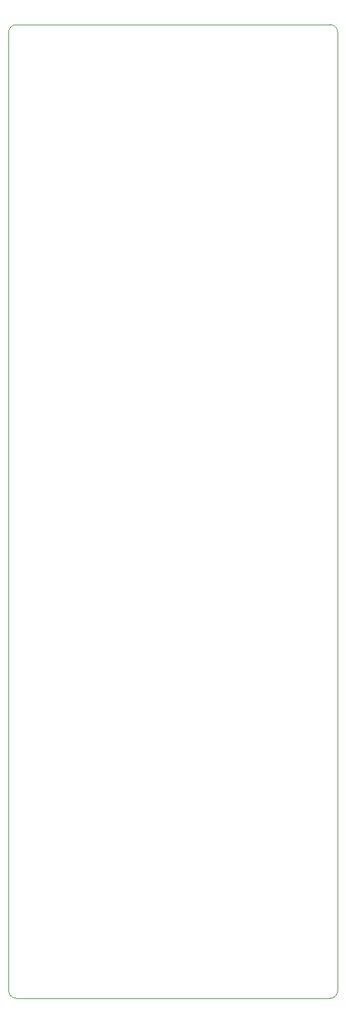
<source format=gm1>
%TF.GenerationSoftware,KiCad,Pcbnew,(6.0.5)*%
%TF.CreationDate,2022-09-08T21:10:04+02:00*%
%TF.ProjectId,Bissell-Bouten_Envelope-o-Matic,42697373-656c-46c2-9d42-6f7574656e5f,1.0*%
%TF.SameCoordinates,Original*%
%TF.FileFunction,Profile,NP*%
%FSLAX46Y46*%
G04 Gerber Fmt 4.6, Leading zero omitted, Abs format (unit mm)*
G04 Created by KiCad (PCBNEW (6.0.5)) date 2022-09-08 21:10:04*
%MOMM*%
%LPD*%
G01*
G04 APERTURE LIST*
%TA.AperFunction,Profile*%
%ADD10C,0.100000*%
%TD*%
G04 APERTURE END LIST*
D10*
X78000000Y-185000000D02*
G75*
G03*
X79000000Y-186000000I1000000J0D01*
G01*
X78000000Y-185000000D02*
X78000000Y-60000000D01*
X121000000Y-60000000D02*
G75*
G03*
X120000000Y-59000000I-1000000J0D01*
G01*
X79000000Y-59000000D02*
X120000000Y-59000000D01*
X79000000Y-59000000D02*
G75*
G03*
X78000000Y-60000000I0J-1000000D01*
G01*
X120000000Y-186000000D02*
X79000000Y-186000000D01*
X120000000Y-186000000D02*
G75*
G03*
X121000000Y-185000000I0J1000000D01*
G01*
X121000000Y-60000000D02*
X121000000Y-185000000D01*
M02*

</source>
